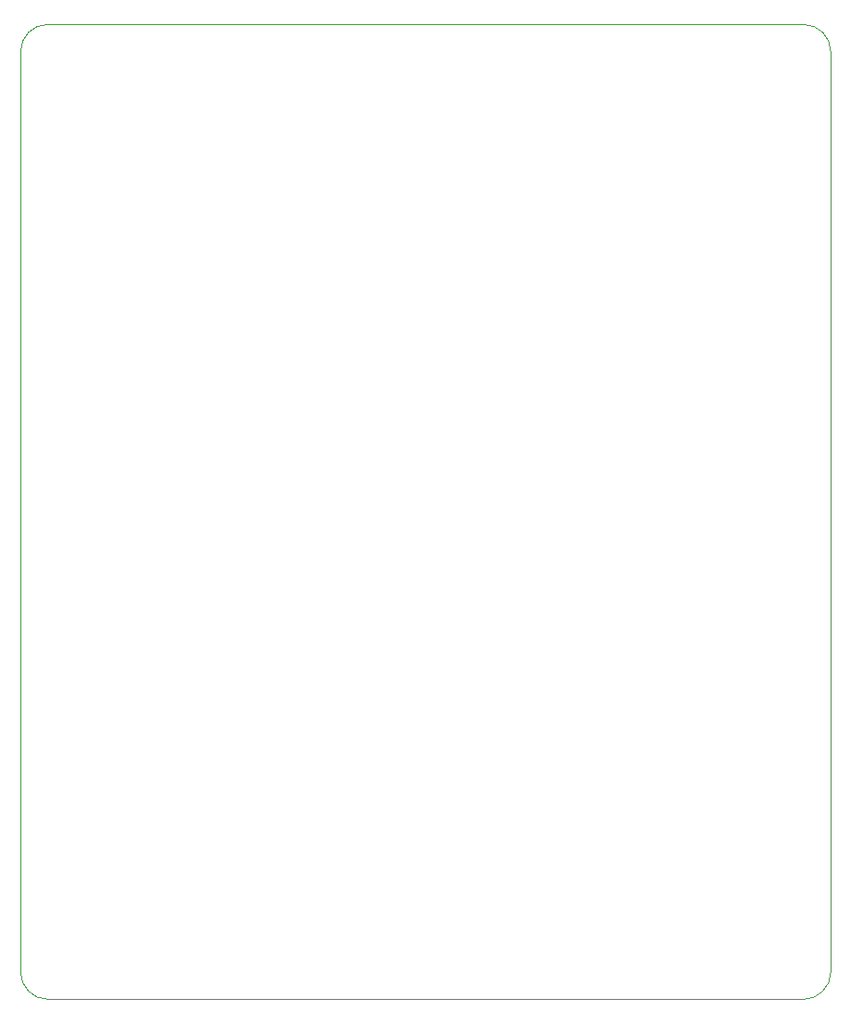
<source format=gbr>
%TF.GenerationSoftware,KiCad,Pcbnew,9.0.0*%
%TF.CreationDate,2025-05-08T17:49:57-07:00*%
%TF.ProjectId,Motor_Controller_Board_v1,4d6f746f-725f-4436-9f6e-74726f6c6c65,v1*%
%TF.SameCoordinates,Original*%
%TF.FileFunction,Profile,NP*%
%FSLAX46Y46*%
G04 Gerber Fmt 4.6, Leading zero omitted, Abs format (unit mm)*
G04 Created by KiCad (PCBNEW 9.0.0) date 2025-05-08 17:49:57*
%MOMM*%
%LPD*%
G01*
G04 APERTURE LIST*
%TA.AperFunction,Profile*%
%ADD10C,0.050000*%
%TD*%
G04 APERTURE END LIST*
D10*
X116500000Y-157000000D02*
G75*
G02*
X114000000Y-154500000I0J2500000D01*
G01*
X114000000Y-70500000D02*
G75*
G02*
X116500000Y-68000000I2500000J0D01*
G01*
X188000000Y-154500000D02*
X188000000Y-70500000D01*
X116500000Y-157000000D02*
X185500000Y-157000000D01*
X185500000Y-68000000D02*
X116500000Y-68000000D01*
X114000000Y-70500000D02*
X114000000Y-154500000D01*
X185500000Y-68000000D02*
G75*
G02*
X188000000Y-70500000I0J-2500000D01*
G01*
X188000000Y-154500000D02*
G75*
G02*
X185500000Y-157000000I-2500000J0D01*
G01*
M02*

</source>
